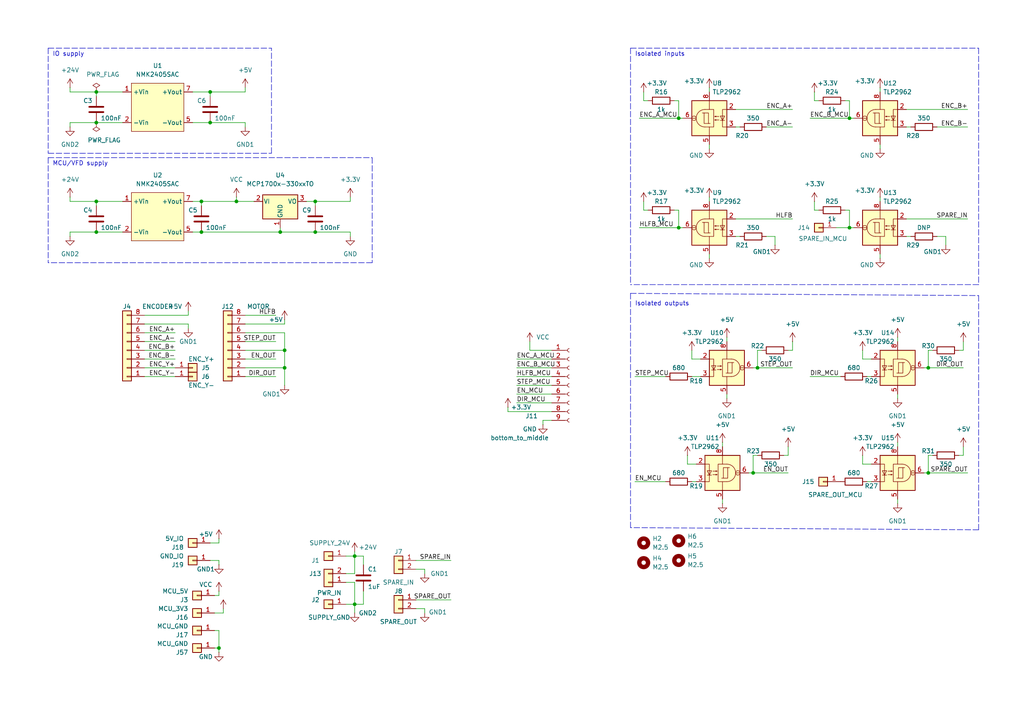
<source format=kicad_sch>
(kicad_sch (version 20231120) (generator "eeschema") (generator_version "8.0")
  (paper "A4")
  (junction (at 246.38 66.04))
  (junction (at 60.96 35.56))
  (junction (at 81.28 67.31))
  (junction (at 58.42 58.42))
  (junction (at 58.42 67.31))
  (junction (at 269.24 137.16))
  (junction (at 218.44 137.16))
  (junction (at 27.94 58.42))
  (junction (at 60.96 26.67))
  (junction (at 27.94 67.31))
  (junction (at 63.5 187.96))
  (junction (at 91.44 58.42))
  (junction (at 196.85 34.29))
  (junction (at 27.94 26.67))
  (junction (at 91.44 67.31))
  (junction (at 196.85 66.04))
  (junction (at 102.87 175.26))
  (junction (at 27.94 35.56))
  (junction (at 82.55 106.68))
  (junction (at 269.24 106.68))
  (junction (at 246.38 34.29))
  (junction (at 219.71 106.68))
  (junction (at 82.55 101.6))
  (junction (at 102.87 161.29))
  (junction (at 68.58 58.42))
  (wire (pts (xy 186.69 26.67) (xy 186.69 29.21)))
  (wire (pts (xy 35.56 58.42) (xy 27.94 58.42)))
  (wire (pts (xy 220.98 101.6) (xy 219.71 101.6)))
  (wire (pts (xy 262.89 31.75) (xy 280.67 31.75)))
  (wire (pts (xy 205.74 41.91) (xy 205.74 43.18)))
  (wire (pts (xy 123.19 165.1) (xy 123.19 166.37)))
  (wire (pts (xy 147.32 119.38) (xy 160.02 119.38)))
  (wire (pts (xy 185.42 34.29) (xy 196.85 34.29)))
  (wire (pts (xy 222.25 36.83) (xy 229.87 36.83)))
  (wire (pts (xy 270.51 101.6) (xy 269.24 101.6)))
  (wire (pts (xy 279.4 99.06) (xy 279.4 101.6)))
  (wire (pts (xy 153.67 101.6) (xy 153.67 99.06)))
  (wire (pts (xy 269.24 132.08) (xy 269.24 137.16)))
  (wire (pts (xy 149.86 111.76) (xy 160.02 111.76)))
  (wire (pts (xy 147.32 119.38) (xy 147.32 118.11)))
  (polyline (pts (xy 283.845 82.55) (xy 182.88 82.55)) (stroke (width 0) (type dash)))
  (wire (pts (xy 91.44 58.42) (xy 101.6 58.42)))
  (wire (pts (xy 200.66 101.6) (xy 200.66 104.14)))
  (wire (pts (xy 35.56 26.67) (xy 27.94 26.67)))
  (wire (pts (xy 234.95 109.22) (xy 243.84 109.22)))
  (wire (pts (xy 41.91 99.06) (xy 50.8 99.06)))
  (polyline (pts (xy 107.95 76.2) (xy 13.97 76.2)) (stroke (width 0) (type dash)))
  (wire (pts (xy 58.42 58.42) (xy 58.42 59.69)))
  (polyline (pts (xy 13.97 45.72) (xy 107.95 45.72)) (stroke (width 0) (type dash)))
  (wire (pts (xy 255.27 73.66) (xy 255.27 74.93)))
  (wire (pts (xy 149.86 116.84) (xy 160.02 116.84)))
  (wire (pts (xy 71.12 104.14) (xy 80.01 104.14)))
  (wire (pts (xy 228.6 129.54) (xy 228.6 132.08)))
  (wire (pts (xy 20.32 26.67) (xy 27.94 26.67)))
  (wire (pts (xy 102.87 161.29) (xy 102.87 160.02)))
  (wire (pts (xy 149.86 109.22) (xy 160.02 109.22)))
  (wire (pts (xy 246.38 29.21) (xy 246.38 34.29)))
  (wire (pts (xy 269.24 101.6) (xy 269.24 106.68)))
  (wire (pts (xy 157.48 123.19) (xy 157.48 121.92)))
  (wire (pts (xy 222.25 68.58) (xy 224.79 68.58)))
  (wire (pts (xy 210.82 114.3) (xy 210.82 115.57)))
  (wire (pts (xy 60.96 26.67) (xy 71.12 26.67)))
  (wire (pts (xy 62.23 177.8) (xy 64.77 177.8)))
  (wire (pts (xy 245.11 60.96) (xy 246.38 60.96)))
  (wire (pts (xy 20.32 57.15) (xy 20.32 58.42)))
  (wire (pts (xy 205.74 73.66) (xy 205.74 74.93)))
  (wire (pts (xy 260.35 128.27) (xy 260.35 129.54)))
  (wire (pts (xy 20.32 25.4) (xy 20.32 26.67)))
  (wire (pts (xy 262.89 68.58) (xy 264.16 68.58)))
  (wire (pts (xy 196.85 60.96) (xy 196.85 66.04)))
  (wire (pts (xy 81.28 67.31) (xy 91.44 67.31)))
  (wire (pts (xy 236.22 58.42) (xy 236.22 60.96)))
  (wire (pts (xy 213.36 31.75) (xy 229.87 31.75)))
  (wire (pts (xy 35.56 67.31) (xy 27.94 67.31)))
  (wire (pts (xy 41.91 109.22) (xy 50.8 109.22)))
  (wire (pts (xy 229.87 99.06) (xy 229.87 101.6)))
  (wire (pts (xy 20.32 67.31) (xy 27.94 67.31)))
  (wire (pts (xy 68.58 58.42) (xy 73.66 58.42)))
  (wire (pts (xy 101.6 57.15) (xy 101.6 58.42)))
  (wire (pts (xy 246.38 60.96) (xy 246.38 66.04)))
  (polyline (pts (xy 182.88 13.97) (xy 182.88 82.55)) (stroke (width 0) (type dash)))
  (polyline (pts (xy 182.88 85.09) (xy 182.88 153.035)) (stroke (width 0) (type dash)))
  (wire (pts (xy 218.44 132.08) (xy 218.44 137.16)))
  (wire (pts (xy 252.73 139.7) (xy 251.46 139.7)))
  (wire (pts (xy 105.41 161.29) (xy 102.87 161.29)))
  (wire (pts (xy 260.35 97.79) (xy 260.35 99.06)))
  (wire (pts (xy 102.87 168.91) (xy 102.87 175.26)))
  (polyline (pts (xy 283.845 13.97) (xy 283.845 82.55)) (stroke (width 0) (type dash)))
  (wire (pts (xy 250.19 101.6) (xy 250.19 104.14)))
  (wire (pts (xy 218.44 106.68) (xy 219.71 106.68)))
  (wire (pts (xy 41.91 93.98) (xy 54.61 93.98)))
  (wire (pts (xy 54.61 93.98) (xy 54.61 95.25)))
  (wire (pts (xy 255.27 57.15) (xy 255.27 58.42)))
  (wire (pts (xy 236.22 26.67) (xy 236.22 29.21)))
  (wire (pts (xy 271.78 36.83) (xy 280.67 36.83)))
  (wire (pts (xy 105.41 163.83) (xy 105.41 161.29)))
  (wire (pts (xy 60.96 157.48) (xy 63.5 157.48)))
  (wire (pts (xy 236.22 29.21) (xy 237.49 29.21)))
  (wire (pts (xy 199.39 132.08) (xy 199.39 134.62)))
  (wire (pts (xy 27.94 58.42) (xy 27.94 59.69)))
  (wire (pts (xy 100.33 161.29) (xy 102.87 161.29)))
  (wire (pts (xy 41.91 96.52) (xy 50.8 96.52)))
  (wire (pts (xy 252.73 134.62) (xy 250.19 134.62)))
  (wire (pts (xy 229.87 106.68) (xy 219.71 106.68)))
  (wire (pts (xy 274.32 68.58) (xy 274.32 71.12)))
  (wire (pts (xy 102.87 166.37) (xy 102.87 161.29)))
  (wire (pts (xy 260.35 144.78) (xy 260.35 146.05)))
  (wire (pts (xy 250.19 132.08) (xy 250.19 134.62)))
  (wire (pts (xy 71.12 35.56) (xy 71.12 36.83)))
  (wire (pts (xy 160.02 101.6) (xy 153.67 101.6)))
  (wire (pts (xy 35.56 35.56) (xy 27.94 35.56)))
  (wire (pts (xy 213.36 36.83) (xy 214.63 36.83)))
  (polyline (pts (xy 78.74 44.45) (xy 78.74 13.97)) (stroke (width 0) (type dash)))
  (wire (pts (xy 186.69 60.96) (xy 187.96 60.96)))
  (wire (pts (xy 255.27 25.4) (xy 255.27 26.67)))
  (wire (pts (xy 246.38 34.29) (xy 247.65 34.29)))
  (wire (pts (xy 120.65 176.53) (xy 123.19 176.53)))
  (wire (pts (xy 63.5 187.96) (xy 63.5 189.23)))
  (wire (pts (xy 229.87 101.6) (xy 228.6 101.6)))
  (wire (pts (xy 195.58 60.96) (xy 196.85 60.96)))
  (wire (pts (xy 71.12 25.4) (xy 71.12 26.67)))
  (wire (pts (xy 196.85 34.29) (xy 198.12 34.29)))
  (wire (pts (xy 271.78 68.58) (xy 274.32 68.58)))
  (wire (pts (xy 120.65 165.1) (xy 123.19 165.1)))
  (wire (pts (xy 228.6 137.16) (xy 218.44 137.16)))
  (wire (pts (xy 55.88 58.42) (xy 58.42 58.42)))
  (wire (pts (xy 20.32 35.56) (xy 20.32 36.83)))
  (wire (pts (xy 63.5 182.88) (xy 63.5 187.96)))
  (wire (pts (xy 210.82 97.79) (xy 210.82 99.06)))
  (wire (pts (xy 203.2 109.22) (xy 200.66 109.22)))
  (polyline (pts (xy 13.97 45.72) (xy 13.97 76.2)) (stroke (width 0) (type dash)))
  (wire (pts (xy 195.58 29.21) (xy 196.85 29.21)))
  (wire (pts (xy 205.74 57.15) (xy 205.74 58.42)))
  (wire (pts (xy 101.6 67.31) (xy 101.6 68.58)))
  (wire (pts (xy 234.95 34.29) (xy 246.38 34.29)))
  (wire (pts (xy 196.85 29.21) (xy 196.85 34.29)))
  (wire (pts (xy 224.79 68.58) (xy 224.79 71.12)))
  (wire (pts (xy 213.36 68.58) (xy 214.63 68.58)))
  (wire (pts (xy 71.12 101.6) (xy 82.55 101.6)))
  (wire (pts (xy 41.91 106.68) (xy 50.8 106.68)))
  (wire (pts (xy 41.91 104.14) (xy 50.8 104.14)))
  (wire (pts (xy 120.65 173.99) (xy 130.81 173.99)))
  (wire (pts (xy 91.44 67.31) (xy 101.6 67.31)))
  (wire (pts (xy 20.32 58.42) (xy 27.94 58.42)))
  (wire (pts (xy 82.55 96.52) (xy 82.55 101.6)))
  (polyline (pts (xy 13.97 13.97) (xy 78.74 13.97)) (stroke (width 0) (type dash)))
  (wire (pts (xy 149.86 114.3) (xy 160.02 114.3)))
  (wire (pts (xy 71.12 96.52) (xy 82.55 96.52)))
  (wire (pts (xy 279.4 101.6) (xy 278.13 101.6)))
  (wire (pts (xy 186.69 29.21) (xy 187.96 29.21)))
  (wire (pts (xy 279.4 129.54) (xy 279.4 132.08)))
  (wire (pts (xy 82.55 106.68) (xy 82.55 111.76)))
  (wire (pts (xy 62.23 187.96) (xy 63.5 187.96)))
  (polyline (pts (xy 283.845 85.725) (xy 283.845 153.67)) (stroke (width 0) (type dash)))
  (wire (pts (xy 71.12 93.98) (xy 82.55 93.98)))
  (polyline (pts (xy 13.97 44.45) (xy 78.74 44.45)) (stroke (width 0) (type dash)))
  (wire (pts (xy 105.41 171.45) (xy 105.41 175.26)))
  (wire (pts (xy 55.88 67.31) (xy 58.42 67.31)))
  (wire (pts (xy 245.11 29.21) (xy 246.38 29.21)))
  (wire (pts (xy 58.42 58.42) (xy 68.58 58.42)))
  (wire (pts (xy 88.9 58.42) (xy 91.44 58.42)))
  (wire (pts (xy 252.73 109.22) (xy 251.46 109.22)))
  (wire (pts (xy 41.91 101.6) (xy 50.8 101.6)))
  (wire (pts (xy 219.71 101.6) (xy 219.71 106.68)))
  (wire (pts (xy 62.23 182.88) (xy 63.5 182.88)))
  (wire (pts (xy 100.33 175.26) (xy 102.87 175.26)))
  (wire (pts (xy 55.88 35.56) (xy 60.96 35.56)))
  (wire (pts (xy 184.15 109.22) (xy 193.04 109.22)))
  (wire (pts (xy 71.12 106.68) (xy 82.55 106.68)))
  (wire (pts (xy 280.67 137.16) (xy 269.24 137.16)))
  (wire (pts (xy 279.4 132.08) (xy 278.13 132.08)))
  (wire (pts (xy 27.94 26.67) (xy 27.94 27.94)))
  (wire (pts (xy 102.87 175.26) (xy 102.87 177.8)))
  (wire (pts (xy 68.58 57.15) (xy 68.58 58.42)))
  (polyline (pts (xy 182.88 85.09) (xy 283.845 85.725)) (stroke (width 0) (type dash)))
  (wire (pts (xy 100.33 168.91) (xy 102.87 168.91)))
  (wire (pts (xy 60.96 35.56) (xy 71.12 35.56)))
  (wire (pts (xy 186.69 58.42) (xy 186.69 60.96)))
  (wire (pts (xy 149.86 104.14) (xy 160.02 104.14)))
  (wire (pts (xy 123.19 176.53) (xy 123.19 177.8)))
  (wire (pts (xy 54.61 90.17) (xy 54.61 91.44)))
  (wire (pts (xy 63.5 172.72) (xy 62.23 172.72)))
  (polyline (pts (xy 13.97 13.97) (xy 13.97 44.45)) (stroke (width 0) (type dash)))
  (wire (pts (xy 55.88 26.67) (xy 60.96 26.67)))
  (wire (pts (xy 185.42 66.04) (xy 196.85 66.04)))
  (polyline (pts (xy 283.845 153.67) (xy 182.88 153.035)) (stroke (width 0) (type dash)))
  (wire (pts (xy 201.93 139.7) (xy 200.66 139.7)))
  (wire (pts (xy 209.55 128.27) (xy 209.55 129.54)))
  (wire (pts (xy 269.24 106.68) (xy 267.97 106.68)))
  (wire (pts (xy 81.28 66.04) (xy 81.28 67.31)))
  (wire (pts (xy 205.74 25.4) (xy 205.74 26.67)))
  (wire (pts (xy 218.44 137.16) (xy 217.17 137.16)))
  (wire (pts (xy 236.22 60.96) (xy 237.49 60.96)))
  (wire (pts (xy 71.12 91.44) (xy 80.01 91.44)))
  (wire (pts (xy 91.44 58.42) (xy 91.44 59.69)))
  (wire (pts (xy 20.32 67.31) (xy 20.32 68.58)))
  (wire (pts (xy 20.32 35.56) (xy 27.94 35.56)))
  (wire (pts (xy 41.91 91.44) (xy 54.61 91.44)))
  (wire (pts (xy 157.48 121.92) (xy 160.02 121.92)))
  (wire (pts (xy 63.5 162.56) (xy 63.5 163.83)))
  (wire (pts (xy 252.73 104.14) (xy 250.19 104.14)))
  (wire (pts (xy 228.6 132.08) (xy 227.33 132.08)))
  (wire (pts (xy 71.12 109.22) (xy 80.01 109.22)))
  (wire (pts (xy 105.41 175.26) (xy 102.87 175.26)))
  (wire (pts (xy 64.77 176.53) (xy 64.77 177.8)))
  (wire (pts (xy 58.42 67.31) (xy 81.28 67.31)))
  (wire (pts (xy 60.96 26.67) (xy 60.96 27.94)))
  (wire (pts (xy 255.27 41.91) (xy 255.27 43.18)))
  (wire (pts (xy 260.35 114.3) (xy 260.35 115.57)))
  (wire (pts (xy 209.55 144.78) (xy 209.55 146.05)))
  (polyline (pts (xy 182.88 13.97) (xy 283.845 13.97)) (stroke (width 0) (type dash)))
  (wire (pts (xy 63.5 172.72) (xy 63.5 171.45)))
  (wire (pts (xy 63.5 157.48) (xy 63.5 156.21)))
  (wire (pts (xy 120.65 162.56) (xy 130.81 162.56)))
  (wire (pts (xy 213.36 63.5) (xy 229.87 63.5)))
  (wire (pts (xy 71.12 99.06) (xy 80.01 99.06)))
  (wire (pts (xy 82.55 101.6) (xy 82.55 106.68)))
  (wire (pts (xy 100.33 166.37) (xy 102.87 166.37)))
  (wire (pts (xy 184.15 139.7) (xy 193.04 139.7)))
  (wire (pts (xy 219.71 132.08) (xy 218.44 132.08)))
  (wire (pts (xy 269.24 137.16) (xy 267.97 137.16)))
  (wire (pts (xy 60.96 162.56) (xy 63.5 162.56)))
  (wire (pts (xy 82.55 93.98) (xy 82.55 92.71)))
  (polyline (pts (xy 107.95 45.72) (xy 107.95 76.2)) (stroke (width 0) (type dash)))
  (wire (pts (xy 262.89 36.83) (xy 264.16 36.83)))
  (wire (pts (xy 262.89 63.5) (xy 280.67 63.5)))
  (wire (pts (xy 196.85 66.04) (xy 198.12 66.04)))
  (wire (pts (xy 246.38 66.04) (xy 247.65 66.04)))
  (wire (pts (xy 270.51 132.08) (xy 269.24 132.08)))
  (wire (pts (xy 201.93 134.62) (xy 199.39 134.62)))
  (wire (pts (xy 279.4 106.68) (xy 269.24 106.68)))
  (wire (pts (xy 242.57 66.04) (xy 246.38 66.04)))
  (wire (pts (xy 149.86 106.68) (xy 160.02 106.68)))
  (wire (pts (xy 203.2 104.14) (xy 200.66 104.14)))
  (text "Isolated outputs" (at 184.15 88.9 0) (effects (font (size 1.27 1.27)) (justify left bottom)))
  (text "Isolated inputs" (at 184.15 16.51 0) (effects (font (size 1.27 1.27)) (justify left bottom)))
  (text "IO supply" (at 15.24 16.51 0) (effects (font (size 1.27 1.27)) (justify left bottom)))
  (text "MCU/VFD supply" (at 15.24 48.26 0) (effects (font (size 1.27 1.27)) (justify left bottom)))
  (label "SPARE_IN" (at 280.67 63.5 180))
  (label "DIR_OUT" (at 80.01 109.22 180))
  (label "HLFB" (at 80.01 91.44 180))
  (label "STEP_MCU" (at 149.86 111.76 0))
  (label "ENC_A+" (at 229.87 31.75 180))
  (label "ENC_B-" (at 280.67 36.83 180))
  (label "EN_MCU" (at 149.86 114.3 0))
  (label "DIR_MCU" (at 234.95 109.22 0))
  (label "ENC_A_MCU" (at 185.42 34.29 0))
  (label "EN_OUT" (at 80.01 104.14 180))
  (label "HLFB_MCU" (at 149.86 109.22 0))
  (label "HLFB_MCU" (at 185.42 66.04 0))
  (label "ENC_B-" (at 50.8 104.14 180))
  (label "DIR_MCU" (at 149.86 116.84 0))
  (label "ENC_B+" (at 280.67 31.75 180))
  (label "ENC_B+" (at 50.8 101.6 180))
  (label "EN_MCU" (at 184.15 139.7 0))
  (label "STEP_OUT" (at 229.87 106.68 180))
  (label "STEP_OUT" (at 80.01 99.06 180))
  (label "DIR_OUT" (at 279.4 106.68 180))
  (label "ENC_A+" (at 50.8 96.52 180))
  (label "ENC_A_MCU" (at 149.86 104.14 0))
  (label "SPARE_IN" (at 130.81 162.56 180))
  (label "STEP_MCU" (at 184.15 109.22 0))
  (label "ENC_Y+" (at 50.8 106.68 180))
  (label "EN_OUT" (at 228.6 137.16 180))
  (label "SPARE_OUT" (at 280.67 137.16 180))
  (label "HLFB" (at 229.87 63.5 180))
  (label "ENC_Y-" (at 50.8 109.22 180))
  (label "ENC_A-" (at 229.87 36.83 180))
  (label "SPARE_OUT" (at 130.81 173.99 180))
  (label "ENC_B_MCU" (at 234.95 34.29 0))
  (label "ENC_B_MCU" (at 149.86 106.68 0))
  (label "ENC_A-" (at 50.8 99.06 180))
  (symbol (lib_id "power:+3.3V") (at 236.22 26.67 0) (unit 1)
    (property "Reference" "#PWR071" (effects (hide yes)))
    (property "Value" "+3.3V" (at 240.03 24.13 0))
    (property "Description" "Power symbol creates a global label with name \"+3.3V\"" (effects (hide yes)))
  )
  (symbol (lib_id "Device:R") (at 196.85 139.7 270) (unit 1)
    (property "Reference" "R19" (at 201.93 140.97 90))
    (property "Value" "680" (at 196.85 137.16 90))
    (property "Footprint" "Resistor_SMD:R_0805_2012Metric" (effects (hide yes)))
    (property "Description" "Resistor" (effects (hide yes)))
    (property "LCSC" "C93658" (effects (hide yes)))
  )
  (symbol (lib_id "Device:R") (at 191.77 29.21 270) (mirror x) (unit 1)
    (property "Reference" "R16" (at 191.77 26.67 90))
    (property "Value" "1k" (at 191.77 31.75 90))
    (property "Footprint" "Resistor_SMD:R_0805_2012Metric" (effects (hide yes)))
    (property "Description" "Resistor" (effects (hide yes)))
    (property "LCSC" "C17513" (effects (hide yes)))
  )
  (symbol (lib_id "power:+3.3V") (at 147.32 118.11 0) (unit 1)
    (property "Reference" "#PWR042" (effects (hide yes)))
    (property "Value" "+3.3V" (at 151.13 118.11 0))
    (property "Description" "Power symbol creates a global label with name \"+3.3V\"" (effects (hide yes)))
  )
  (symbol (lib_id "Device:R") (at 191.77 60.96 270) (mirror x) (unit 1)
    (property "Reference" "R17" (at 191.77 58.42 90))
    (property "Value" "1k" (at 191.77 63.5 90))
    (property "Footprint" "Resistor_SMD:R_0805_2012Metric" (effects (hide yes)))
    (property "Description" "Resistor" (effects (hide yes)))
    (property "LCSC" "C17513" (effects (hide yes)))
  )
  (symbol (lib_id "djm:TLP2962") (at 205.74 66.04 0) (mirror y) (unit 1)
    (property "Reference" "U9" (at 206.6289 55.88 0) (effects (justify right)))
    (property "Value" "TLP2962" (at 206.6289 58.42 0) (effects (justify right)))
    (property "Footprint" "Package_DIP:DIP-8_W7.62mm" (effects (hide yes)))
    (property "Datasheet" "https://www.mouser.com/datasheet/2/408/TLP2962_datasheet_en_20161214-771244.pdf" (effects (hide yes)))
    (property "Description" "Opto Coupler, 1kV/us, 20kV/uS CMR, Schmitt trigger output, DIP-8" (effects (hide yes)))
  )
  (symbol (lib_id "power:PWR_FLAG") (at 27.94 26.67 0) (unit 1)
    (property "Reference" "#FLG01" (effects (hide yes)))
    (property "Value" "PWR_FLAG" (at 29.845 21.59 0))
    (property "Description" "Special symbol for telling ERC where power comes from" (effects (hide yes)))
  )
  (symbol (lib_id "djm:TLP2962") (at 260.35 137.16 0) (unit 1)
    (property "Reference" "U15" (at 259.4611 127 0) (effects (justify right)))
    (property "Value" "TLP2962" (at 259.4611 129.54 0) (effects (justify right)))
    (property "Footprint" "Package_DIP:DIP-8_W7.62mm" (effects (hide yes)))
    (property "Datasheet" "https://www.mouser.com/datasheet/2/408/TLP2962_datasheet_en_20161214-771244.pdf" (effects (hide yes)))
    (property "Description" "Opto Coupler, 1kV/us, 20kV/uS CMR, Schmitt trigger output, DIP-8" (effects (hide yes)))
  )
  (symbol (lib_id "Device:R") (at 247.65 139.7 270) (unit 1)
    (property "Reference" "R27" (at 252.73 140.97 90))
    (property "Value" "680" (at 247.65 137.16 90))
    (property "Footprint" "Resistor_SMD:R_0805_2012Metric" (effects (hide yes)))
    (property "Description" "Resistor" (effects (hide yes)))
    (property "LCSC" "C93658" (effects (hide yes)))
  )
  (symbol (lib_id "power:+3.3V") (at 200.66 101.6 0) (unit 1)
    (property "Reference" "#PWR058" (effects (hide yes)))
    (property "Value" "+3.3V" (at 200.66 96.52 0))
    (property "Description" "Power symbol creates a global label with name \"+3.3V\"" (effects (hide yes)))
  )
  (symbol (lib_id "Device:R") (at 224.79 101.6 90) (unit 1)
    (property "Reference" "R22" (at 219.71 100.33 90))
    (property "Value" "350" (at 224.79 104.14 90))
    (property "Footprint" "Resistor_SMD:R_0805_2012Metric" (effects (hide yes)))
    (property "Description" "Resistor" (effects (hide yes)))
    (property "LCSC" "C245312" (effects (hide yes)))
  )
  (symbol (lib_id "power:+24V") (at 20.32 25.4 0) (unit 1)
    (property "Reference" "#PWR01" (effects (hide yes)))
    (property "Value" "+24V" (at 20.32 20.32 0))
    (property "Description" "Power symbol creates a global label with name \"+24V\"" (effects (hide yes)))
  )
  (symbol (lib_id "djm:TLP2962") (at 209.55 137.16 0) (unit 1)
    (property "Reference" "U11" (at 208.6611 127 0) (effects (justify right)))
    (property "Value" "TLP2962" (at 208.6611 129.54 0) (effects (justify right)))
    (property "Footprint" "Package_DIP:DIP-8_W7.62mm" (effects (hide yes)))
    (property "Datasheet" "https://www.mouser.com/datasheet/2/408/TLP2962_datasheet_en_20161214-771244.pdf" (effects (hide yes)))
    (property "Description" "Opto Coupler, 1kV/us, 20kV/uS CMR, Schmitt trigger output, DIP-8" (effects (hide yes)))
  )
  (symbol (lib_id "djm:TLP2962") (at 255.27 34.29 0) (mirror y) (unit 1)
    (property "Reference" "U12" (at 256.1589 24.13 0) (effects (justify right)))
    (property "Value" "TLP2962" (at 256.1589 26.67 0) (effects (justify right)))
    (property "Footprint" "Package_DIP:DIP-8_W7.62mm" (effects (hide yes)))
    (property "Datasheet" "https://www.mouser.com/datasheet/2/408/TLP2962_datasheet_en_20161214-771244.pdf" (effects (hide yes)))
    (property "Description" "Opto Coupler, 1kV/us, 20kV/uS CMR, Schmitt trigger output, DIP-8" (effects (hide yes)))
  )
  (symbol (lib_id "Connector_Generic:Conn_01x01") (at 55.88 109.22 0) (unit 1)
    (property "Reference" "J6" (at 58.42 109.22 0) (effects (justify left)))
    (property "Value" "ENC_Y-" (at 54.61 111.76 0) (effects (justify left)))
    (property "Footprint" "TestPoint:TestPoint_THTPad_D1.5mm_Drill0.7mm" (effects (hide yes)))
    (property "Description" "Generic connector, single row, 01x01, script generated (kicad-library-utils/schlib/autogen/connector/)" (effects (hide yes)))
  )
  (symbol (lib_id "djm:TLP2962") (at 260.35 106.68 0) (unit 1)
    (property "Reference" "U14" (at 259.4611 96.52 0) (effects (justify right)))
    (property "Value" "TLP2962" (at 259.4611 99.06 0) (effects (justify right)))
    (property "Footprint" "Package_DIP:DIP-8_W7.62mm" (effects (hide yes)))
    (property "Datasheet" "https://www.mouser.com/datasheet/2/408/TLP2962_datasheet_en_20161214-771244.pdf" (effects (hide yes)))
    (property "Description" "Opto Coupler, 1kV/us, 20kV/uS CMR, Schmitt trigger output, DIP-8" (effects (hide yes)))
  )
  (symbol (lib_id "Connector_Generic:Conn_01x01") (at 57.15 187.96 0) (mirror y) (unit 1)
    (property "Reference" "J57" (at 54.61 189.23 0) (effects (justify left)))
    (property "Value" "MCU_GND" (at 54.61 186.69 0) (effects (justify left)))
    (property "Footprint" "TestPoint:TestPoint_THTPad_D1.5mm_Drill0.7mm" (effects (hide yes)))
    (property "Description" "Generic connector, single row, 01x01, script generated (kicad-library-utils/schlib/autogen/connector/)" (effects (hide yes)))
  )
  (symbol (lib_id "power:+5V") (at 279.4 129.54 0) (unit 1)
    (property "Reference" "#PWR085" (effects (hide yes)))
    (property "Value" "+5V" (at 279.4 124.46 0))
    (property "Description" "Power symbol creates a global label with name \"+5V\"" (effects (hide yes)))
  )
  (symbol (lib_id "power:+5V") (at 260.35 128.27 0) (unit 1)
    (property "Reference" "#PWR081" (effects (hide yes)))
    (property "Value" "+5V" (at 260.35 123.19 0))
    (property "Description" "Power symbol creates a global label with name \"+5V\"" (effects (hide yes)))
  )
  (symbol (lib_id "power:GND1") (at 82.55 111.76 0) (unit 1)
    (property "Reference" "#PWR054" (effects (hide yes)))
    (property "Value" "GND1" (at 78.74 114.3 0))
    (property "Description" "Power symbol creates a global label with name \"GND1\" , ground" (effects (hide yes)))
  )
  (symbol (lib_id "Device:C") (at 91.44 63.5 0) (unit 1)
    (property "Reference" "C9" (at 87.63 60.96 0) (effects (justify left)))
    (property "Value" "100nF" (at 92.71 66.04 0) (effects (justify left)))
    (property "Footprint" "Capacitor_SMD:C_0805_2012Metric" (effects (hide yes)))
    (property "Description" "Unpolarized capacitor" (effects (hide yes)))
    (property "LCSC" "C28233" (effects (hide yes)))
  )
  (symbol (lib_id "Connector_Generic:Conn_01x01") (at 55.88 162.56 0) (mirror y) (unit 1)
    (property "Reference" "J19" (at 53.34 163.83 0) (effects (justify left)))
    (property "Value" "GND_IO" (at 53.34 161.29 0) (effects (justify left)))
    (property "Footprint" "TestPoint:TestPoint_THTPad_D1.5mm_Drill0.7mm" (effects (hide yes)))
    (property "Description" "Generic connector, single row, 01x01, script generated (kicad-library-utils/schlib/autogen/connector/)" (effects (hide yes)))
  )
  (symbol (lib_id "power:VCC") (at 68.58 57.15 0) (unit 1)
    (property "Reference" "#PWR013" (effects (hide yes)))
    (property "Value" "VCC" (at 68.58 52.07 0))
    (property "Description" "Power symbol creates a global label with name \"VCC\"" (effects (hide yes)))
  )
  (symbol (lib_id "power:GND") (at 205.74 43.18 0) (unit 1)
    (property "Reference" "#PWR061" (effects (hide yes)))
    (property "Value" "GND" (at 201.93 45.085 0))
    (property "Description" "Power symbol creates a global label with name \"GND\" , ground" (effects (hide yes)))
  )
  (symbol (lib_id "power:GND1") (at 123.19 166.37 0) (unit 1)
    (property "Reference" "#PWR043" (effects (hide yes)))
    (property "Value" "GND1" (at 127.508 166.37 0))
    (property "Description" "Power symbol creates a global label with name \"GND1\" , ground" (effects (hide yes)))
  )
  (symbol (lib_id "power:+5V") (at 210.82 97.79 0) (unit 1)
    (property "Reference" "#PWR064" (effects (hide yes)))
    (property "Value" "+5V" (at 210.82 92.71 0))
    (property "Description" "Power symbol creates a global label with name \"+5V\"" (effects (hide yes)))
  )
  (symbol (lib_id "power:+5V") (at 260.35 97.79 0) (unit 1)
    (property "Reference" "#PWR079" (effects (hide yes)))
    (property "Value" "+5V" (at 260.35 92.71 0))
    (property "Description" "Power symbol creates a global label with name \"+5V\"" (effects (hide yes)))
  )
  (symbol (lib_id "power:+3.3V") (at 205.74 57.15 0) (unit 1)
    (property "Reference" "#PWR062" (effects (hide yes)))
    (property "Value" "+3.3V" (at 201.295 55.245 0))
    (property "Description" "Power symbol creates a global label with name \"+3.3V\"" (effects (hide yes)))
  )
  (symbol (lib_id "djm:NMK") (at 45.72 38.1 0) (unit 1)
    (property "Reference" "U1" (at 45.72 19.05 0))
    (property "Value" "NMK2405SAC" (at 45.72 21.59 0))
    (property "Footprint" "Murata_NMK:NMK_single_output" (effects (hide yes)))
    (property "Datasheet" "https://www.murata.com/products/productdata/8807031275550/kdc-nmk.pdf" (effects (hide yes)))
    (property "Description" "Murata isolated DC/DC converter" (effects (hide yes)))
  )
  (symbol (lib_id "Device:R") (at 218.44 68.58 90) (mirror x) (unit 1)
    (property "Reference" "R21" (at 215.265 71.12 90))
    (property "Value" "350" (at 218.44 66.04 90))
    (property "Footprint" "Resistor_SMD:R_0805_2012Metric" (effects (hide yes)))
    (property "Description" "Resistor" (effects (hide yes)))
    (property "LCSC" "C245312" (effects (hide yes)))
  )
  (symbol (lib_id "Device:R") (at 223.52 132.08 90) (unit 1)
    (property "Reference" "R23" (at 218.44 130.81 90))
    (property "Value" "350" (at 223.52 134.62 90))
    (property "Footprint" "Resistor_SMD:R_0805_2012Metric" (effects (hide yes)))
    (property "Description" "Resistor" (effects (hide yes)))
    (property "LCSC" "C245312" (effects (hide yes)))
  )
  (symbol (lib_id "power:+5V") (at 82.55 92.71 0) (unit 1)
    (property "Reference" "#PWR053" (effects (hide yes)))
    (property "Value" "+5V" (at 80.01 92.71 0))
    (property "Description" "Power symbol creates a global label with name \"+5V\"" (effects (hide yes)))
  )
  (symbol (lib_id "Connector_Generic:Conn_01x01") (at 55.88 157.48 0) (mirror y) (unit 1)
    (property "Reference" "J18" (at 53.34 158.75 0) (effects (justify left)))
    (property "Value" "5V_IO" (at 53.34 156.21 0) (effects (justify left)))
    (property "Footprint" "TestPoint:TestPoint_THTPad_D1.5mm_Drill0.7mm" (effects (hide yes)))
    (property "Description" "Generic connector, single row, 01x01, script generated (kicad-library-utils/schlib/autogen/connector/)" (effects (hide yes)))
  )
  (symbol (lib_id "power:+3.3V") (at 236.22 58.42 0) (unit 1)
    (property "Reference" "#PWR072" (effects (hide yes)))
    (property "Value" "+3.3V" (at 236.22 53.34 0))
    (property "Description" "Power symbol creates a global label with name \"+3.3V\"" (effects (hide yes)))
  )
  (symbol (lib_id "power:+3.3V") (at 250.19 132.08 0) (unit 1)
    (property "Reference" "#PWR074" (effects (hide yes)))
    (property "Value" "+3.3V" (at 250.19 127 0))
    (property "Description" "Power symbol creates a global label with name \"+3.3V\"" (effects (hide yes)))
  )
  (symbol (lib_id "power:GND") (at 63.5 189.23 0) (unit 1)
    (property "Reference" "#PWR033" (effects (hide yes)))
    (property "Value" "GND" (at 59.69 190.5 0))
    (property "Description" "Power symbol creates a global label with name \"GND\" , ground" (effects (hide yes)))
  )
  (symbol (lib_id "Device:C") (at 60.96 31.75 0) (unit 1)
    (property "Reference" "C6" (at 57.15 29.21 0) (effects (justify left)))
    (property "Value" "100nF" (at 62.23 34.29 0) (effects (justify left)))
    (property "Footprint" "Capacitor_SMD:C_0805_2012Metric" (effects (hide yes)))
    (property "Description" "Unpolarized capacitor" (effects (hide yes)))
    (property "LCSC" "C28233" (effects (hide yes)))
  )
  (symbol (lib_id "Device:R") (at 196.85 109.22 270) (unit 1)
    (property "Reference" "R18" (at 201.93 110.49 90))
    (property "Value" "680" (at 196.85 106.68 90))
    (property "Footprint" "Resistor_SMD:R_0805_2012Metric" (effects (hide yes)))
    (property "Description" "Resistor" (effects (hide yes)))
    (property "LCSC" "C93658" (effects (hide yes)))
  )
  (symbol (lib_id "Device:R") (at 274.32 101.6 90) (unit 1)
    (property "Reference" "R30" (at 269.24 100.33 90))
    (property "Value" "350" (at 274.32 104.14 90))
    (property "Footprint" "Resistor_SMD:R_0805_2012Metric" (effects (hide yes)))
    (property "Description" "Resistor" (effects (hide yes)))
    (property "LCSC" "C245312" (effects (hide yes)))
  )
  (symbol (lib_id "power:GND1") (at 54.61 95.25 0) (unit 1)
    (property "Reference" "#PWR041" (effects (hide yes)))
    (property "Value" "GND1" (at 54.61 99.06 0))
    (property "Description" "Power symbol creates a global label with name \"GND1\" , ground" (effects (hide yes)))
  )
  (symbol (lib_id "Mechanical:MountingHole") (at 186.69 157.48 0) (unit 1)
    (property "Reference" "H2" (at 189.23 156.2099 0) (effects (justify left)))
    (property "Value" "M2.5" (at 189.23 158.7499 0) (effects (justify left)))
    (property "Footprint" "MountingHole:MountingHole_2.7mm_M2.5" (effects (hide yes)))
    (property "Description" "Mounting Hole without connection" (effects (hide yes)))
  )
  (symbol (lib_id "power:VCC") (at 63.5 171.45 0) (unit 1)
    (property "Reference" "#PWR032" (effects (hide yes)))
    (property "Value" "VCC" (at 59.69 169.545 0))
    (property "Description" "Power symbol creates a global label with name \"VCC\"" (effects (hide yes)))
  )
  (symbol (lib_id "power:GND2") (at 20.32 36.83 0) (unit 1)
    (property "Reference" "#PWR0103" (effects (hide yes)))
    (property "Value" "GND2" (at 20.32 41.91 0))
    (property "Description" "Power symbol creates a global label with name \"GND2\" , ground" (effects (hide yes)))
  )
  (symbol (lib_id "power:GND1") (at 210.82 115.57 0) (unit 1)
    (property "Reference" "#PWR065" (effects (hide yes)))
    (property "Value" "GND1" (at 210.82 120.65 0))
    (property "Description" "Power symbol creates a global label with name \"GND1\" , ground" (effects (hide yes)))
  )
  (symbol (lib_id "power:GND1") (at 260.35 115.57 0) (unit 1)
    (property "Reference" "#PWR080" (effects (hide yes)))
    (property "Value" "GND1" (at 260.35 120.65 0))
    (property "Description" "Power symbol creates a global label with name \"GND1\" , ground" (effects (hide yes)))
  )
  (symbol (lib_id "power:GND1") (at 260.35 146.05 0) (unit 1)
    (property "Reference" "#PWR082" (effects (hide yes)))
    (property "Value" "GND1" (at 260.35 151.13 0))
    (property "Description" "Power symbol creates a global label with name \"GND1\" , ground" (effects (hide yes)))
  )
  (symbol (lib_id "power:GND") (at 101.6 68.58 0) (unit 1)
    (property "Reference" "#PWR030" (effects (hide yes)))
    (property "Value" "GND" (at 101.6 73.66 0))
    (property "Description" "Power symbol creates a global label with name \"GND\" , ground" (effects (hide yes)))
  )
  (symbol (lib_id "Device:C") (at 58.42 63.5 0) (unit 1)
    (property "Reference" "C5" (at 54.61 60.96 0) (effects (justify left)))
    (property "Value" "100nF" (at 59.69 66.04 0) (effects (justify left)))
    (property "Footprint" "Capacitor_SMD:C_0805_2012Metric" (effects (hide yes)))
    (property "Description" "Unpolarized capacitor" (effects (hide yes)))
    (property "LCSC" "C28233" (effects (hide yes)))
  )
  (symbol (lib_id "power:+5V") (at 229.87 99.06 0) (unit 1)
    (property "Reference" "#PWR069" (effects (hide yes)))
    (property "Value" "+5V" (at 229.87 93.98 0))
    (property "Description" "Power symbol creates a global label with name \"+5V\"" (effects (hide yes)))
  )
  (symbol (lib_id "power:+3.3V") (at 255.27 25.4 0) (unit 1)
    (property "Reference" "#PWR075" (effects (hide yes)))
    (property "Value" "+3.3V" (at 250.825 23.495 0))
    (property "Description" "Power symbol creates a global label with name \"+3.3V\"" (effects (hide yes)))
  )
  (symbol (lib_id "Mechanical:MountingHole") (at 196.85 156.845 0) (unit 1)
    (property "Reference" "H6" (at 199.39 155.5749 0) (effects (justify left)))
    (property "Value" "M2.5" (at 199.39 158.1149 0) (effects (justify left)))
    (property "Footprint" "MountingHole:MountingHole_2.7mm_M2.5" (effects (hide yes)))
    (property "Description" "Mounting Hole without connection" (effects (hide yes)))
  )
  (symbol (lib_id "Device:R") (at 267.97 36.83 90) (mirror x) (unit 1)
    (property "Reference" "R28" (at 264.795 39.37 90))
    (property "Value" "350" (at 267.97 34.29 90))
    (property "Footprint" "Resistor_SMD:R_0805_2012Metric" (effects (hide yes)))
    (property "Description" "Resistor" (effects (hide yes)))
    (property "LCSC" "C245312" (effects (hide yes)))
  )
  (symbol (lib_id "power:+5V") (at 54.61 90.17 0) (unit 1)
    (property "Reference" "#PWR040" (effects (hide yes)))
    (property "Value" "+5V" (at 50.8 88.9 0))
    (property "Description" "Power symbol creates a global label with name \"+5V\"" (effects (hide yes)))
  )
  (symbol (lib_id "djm:TLP2962") (at 210.82 106.68 0) (unit 1)
    (property "Reference" "U10" (at 209.9311 96.52 0) (effects (justify right)))
    (property "Value" "TLP2962" (at 209.9311 99.06 0) (effects (justify right)))
    (property "Footprint" "Package_DIP:DIP-8_W7.62mm" (effects (hide yes)))
    (property "Datasheet" "https://www.mouser.com/datasheet/2/408/TLP2962_datasheet_en_20161214-771244.pdf" (effects (hide yes)))
    (property "Description" "Opto Coupler, 1kV/us, 20kV/uS CMR, Schmitt trigger output, DIP-8" (effects (hide yes)))
  )
  (symbol (lib_id "Connector_Generic:Conn_01x01") (at 55.88 106.68 0) (mirror x) (unit 1)
    (property "Reference" "J5" (at 58.42 106.68 0) (effects (justify left)))
    (property "Value" "ENC_Y+" (at 54.61 104.14 0) (effects (justify left)))
    (property "Footprint" "TestPoint:TestPoint_THTPad_D1.5mm_Drill0.7mm" (effects (hide yes)))
    (property "Description" "Generic connector, single row, 01x01, script generated (kicad-library-utils/schlib/autogen/connector/)" (effects (hide yes)))
  )
  (symbol (lib_id "power:+5V") (at 71.12 25.4 0) (unit 1)
    (property "Reference" "#PWR014" (effects (hide yes)))
    (property "Value" "+5V" (at 71.12 20.32 0))
    (property "Description" "Power symbol creates a global label with name \"+5V\"" (effects (hide yes)))
  )
  (symbol (lib_id "power:+5V") (at 63.5 156.21 0) (unit 1)
    (property "Reference" "#PWR0104" (effects (hide yes)))
    (property "Value" "+5V" (at 59.69 154.94 0))
    (property "Description" "Power symbol creates a global label with name \"+5V\"" (effects (hide yes)))
  )
  (symbol (lib_id "power:+3.3V") (at 186.69 58.42 0) (unit 1)
    (property "Reference" "#PWR057" (effects (hide yes)))
    (property "Value" "+3.3V" (at 190.5 55.88 0))
    (property "Description" "Power symbol creates a global label with name \"+3.3V\"" (effects (hide yes)))
  )
  (symbol (lib_id "Device:R") (at 241.3 60.96 270) (mirror x) (unit 1)
    (property "Reference" "R25" (at 241.3 58.42 90))
    (property "Value" "1k" (at 241.3 63.5 90))
    (property "Footprint" "Resistor_SMD:R_0805_2012Metric" (effects (hide yes)))
    (property "Description" "Resistor" (effects (hide yes)))
    (property "LCSC" "C17513" (effects (hide yes)))
  )
  (symbol (lib_id "power:+5V") (at 228.6 129.54 0) (unit 1)
    (property "Reference" "#PWR070" (effects (hide yes)))
    (property "Value" "+5V" (at 228.6 124.46 0))
    (property "Description" "Power symbol creates a global label with name \"+5V\"" (effects (hide yes)))
  )
  (symbol (lib_id "power:+24V") (at 20.32 57.15 0) (unit 1)
    (property "Reference" "#PWR03" (effects (hide yes)))
    (property "Value" "+24V" (at 20.32 52.07 0))
    (property "Description" "Power symbol creates a global label with name \"+24V\"" (effects (hide yes)))
  )
  (symbol (lib_id "power:+24V") (at 102.87 160.02 0) (unit 1)
    (property "Reference" "#PWR051" (effects (hide yes)))
    (property "Value" "+24V" (at 106.68 158.75 0))
    (property "Description" "Power symbol creates a global label with name \"+24V\"" (effects (hide yes)))
  )
  (symbol (lib_id "power:GND1") (at 274.32 71.12 0) (unit 1)
    (property "Reference" "#PWR083" (effects (hide yes)))
    (property "Value" "GND1" (at 270.51 73.025 0))
    (property "Description" "Power symbol creates a global label with name \"GND1\" , ground" (effects (hide yes)))
  )
  (symbol (lib_id "Regulator_Linear:MCP1700x-330xxTO") (at 81.28 58.42 0) (mirror x) (unit 1)
    (property "Reference" "U4" (at 81.28 50.8 0))
    (property "Value" "MCP1700x-330xxTO" (at 81.28 53.34 0))
    (property "Footprint" "Package_TO_SOT_THT:TO-92_Inline" (effects (hide yes)))
    (property "Datasheet" "http://ww1.microchip.com/downloads/en/DeviceDoc/20001826D.pdf" (effects (hide yes)))
    (property "Description" "250mA Low Quiscent Current LDO, 3.3V output, TO-92" (effects (hide yes)))
  )
  (symbol (lib_id "power:GND1") (at 209.55 146.05 0) (unit 1)
    (property "Reference" "#PWR067" (effects (hide yes)))
    (property "Value" "GND1" (at 209.55 151.13 0))
    (property "Description" "Power symbol creates a global label with name \"GND1\" , ground" (effects (hide yes)))
  )
  (symbol (lib_id "Mechanical:MountingHole") (at 186.69 163.195 0) (unit 1)
    (property "Reference" "H4" (at 189.23 161.9249 0) (effects (justify left)))
    (property "Value" "M2.5" (at 189.23 164.4649 0) (effects (justify left)))
    (property "Footprint" "MountingHole:MountingHole_2.7mm_M2.5" (effects (hide yes)))
    (property "Description" "Mounting Hole without connection" (effects (hide yes)))
  )
  (symbol (lib_id "Connector_Generic:Conn_01x01") (at 95.25 175.26 180) (unit 1)
    (property "Reference" "J2" (at 92.71 173.99 0) (effects (justify left)))
    (property "Value" "SUPPLY_GND" (at 101.6 179.07 0) (effects (justify left)))
    (property "Footprint" "TestPoint:TestPoint_THTPad_D1.5mm_Drill0.7mm" (effects (hide yes)))
    (property "Description" "Generic connector, single row, 01x01, script generated (kicad-library-utils/schlib/autogen/connector/)" (effects (hide yes)))
  )
  (symbol (lib_id "power:+5V") (at 279.4 99.06 0) (unit 1)
    (property "Reference" "#PWR084" (effects (hide yes)))
    (property "Value" "+5V" (at 279.4 93.98 0))
    (property "Description" "Power symbol creates a global label with name \"+5V\"" (effects (hide yes)))
  )
  (symbol (lib_id "Device:C") (at 27.94 63.5 0) (unit 1)
    (property "Reference" "C4" (at 24.13 60.96 0) (effects (justify left)))
    (property "Value" "100nF" (at 29.21 66.04 0) (effects (justify left)))
    (property "Footprint" "Capacitor_SMD:C_0805_2012Metric" (effects (hide yes)))
    (property "Description" "Unpolarized capacitor" (effects (hide yes)))
    (property "LCSC" "C28233" (effects (hide yes)))
  )
  (symbol (lib_id "power:VCC") (at 153.67 99.06 0) (unit 1)
    (property "Reference" "#PWR047" (effects (hide yes)))
    (property "Value" "VCC" (at 157.48 97.79 0))
    (property "Description" "Power symbol creates a global label with name \"VCC\"" (effects (hide yes)))
  )
  (symbol (lib_id "power:+3.3V") (at 205.74 25.4 0) (unit 1)
    (property "Reference" "#PWR060" (effects (hide yes)))
    (property "Value" "+3.3V" (at 201.295 23.495 0))
    (property "Description" "Power symbol creates a global label with name \"+3.3V\"" (effects (hide yes)))
  )
  (symbol (lib_id "power:+3.3V") (at 101.6 57.15 0) (unit 1)
    (property "Reference" "#PWR029" (effects (hide yes)))
    (property "Value" "+3.3V" (at 101.6 52.07 0))
    (property "Description" "Power symbol creates a global label with name \"+3.3V\"" (effects (hide yes)))
  )
  (symbol (lib_id "power:+3.3V") (at 250.19 101.6 0) (unit 1)
    (property "Reference" "#PWR073" (effects (hide yes)))
    (property "Value" "+3.3V" (at 250.19 96.52 0))
    (property "Description" "Power symbol creates a global label with name \"+3.3V\"" (effects (hide yes)))
  )
  (symbol (lib_id "Device:C") (at 105.41 167.64 0) (unit 1)
    (property "Reference" "C1" (at 106.68 165.1 0) (effects (justify left)))
    (property "Value" "1uF" (at 106.68 170.18 0) (effects (justify left)))
    (property "Footprint" "Capacitor_SMD:C_0805_2012Metric" (effects (hide yes)))
    (property "Description" "Unpolarized capacitor" (effects (hide yes)))
    (property "LCSC" "C28323" (effects (hide yes)))
  )
  (symbol (lib_id "Connector_Generic:Conn_01x01") (at 237.49 66.04 180) (unit 1)
    (property "Reference" "J14" (at 234.95 66.04 0) (effects (justify left)))
    (property "Value" "SPARE_IN_MCU" (at 245.745 69.215 0) (effects (justify left)))
    (property "Footprint" "TestPoint:TestPoint_THTPad_D1.5mm_Drill0.7mm" (effects (hide yes)))
    (property "Description" "Generic connector, single row, 01x01, script generated (kicad-library-utils/schlib/autogen/connector/)" (effects (hide yes)))
  )
  (symbol (lib_id "djm:TLP2962") (at 255.27 66.04 0) (mirror y) (unit 1)
    (property "Reference" "U13" (at 256.1589 55.88 0) (effects (justify right)))
    (property "Value" "TLP2962" (at 256.1589 58.42 0) (effects (justify right)))
    (property "Footprint" "Package_DIP:DIP-8_W7.62mm" (effects (hide yes)))
    (property "Datasheet" "https://www.mouser.com/datasheet/2/408/TLP2962_datasheet_en_20161214-771244.pdf" (effects (hide yes)))
    (property "Description" "Opto Coupler, 1kV/us, 20kV/uS CMR, Schmitt trigger output, DIP-8" (effects (hide yes)))
  )
  (symbol (lib_id "power:GND1") (at 63.5 163.83 0) (unit 1)
    (property "Reference" "#PWR0105" (effects (hide yes)))
    (property "Value" "GND1" (at 59.69 165.1 0))
    (property "Description" "Power symbol creates a global label with name \"GND1\" , ground" (effects (hide yes)))
  )
  (symbol (lib_id "power:+5V") (at 209.55 128.27 0) (unit 1)
    (property "Reference" "#PWR066" (effects (hide yes)))
    (property "Value" "+5V" (at 209.55 123.19 0))
    (property "Description" "Power symbol creates a global label with name \"+5V\"" (effects (hide yes)))
  )
  (symbol (lib_id "power:GND1") (at 224.79 71.12 0) (unit 1)
    (property "Reference" "#PWR068" (effects (hide yes)))
    (property "Value" "GND1" (at 220.98 73.025 0))
    (property "Description" "Power symbol creates a global label with name \"GND1\" , ground" (effects (hide yes)))
  )
  (symbol (lib_id "Device:R") (at 218.44 36.83 90) (mirror x) (unit 1)
    (property "Reference" "R20" (at 215.265 39.37 90))
    (property "Value" "350" (at 218.44 34.29 90))
    (property "Footprint" "Resistor_SMD:R_0805_2012Metric" (effects (hide yes)))
    (property "Description" "Resistor" (effects (hide yes)))
    (property "LCSC" "C245312" (effects (hide yes)))
  )
  (symbol (lib_id "Mechanical:MountingHole") (at 196.85 162.56 0) (unit 1)
    (property "Reference" "H5" (at 199.39 161.2899 0) (effects (justify left)))
    (property "Value" "M2.5" (at 199.39 163.8299 0) (effects (justify left)))
    (property "Footprint" "MountingHole:MountingHole_2.7mm_M2.5" (effects (hide yes)))
    (property "Description" "Mounting Hole without connection" (effects (hide yes)))
  )
  (symbol (lib_id "Device:R") (at 267.97 68.58 90) (mirror x) (unit 1)
    (property "Reference" "R29" (at 264.795 71.12 90))
    (property "Value" "DNP" (at 267.97 66.04 90))
    (property "Footprint" "Resistor_SMD:R_0805_2012Metric" (effects (hide yes)))
    (property "Description" "Resistor" (effects (hide yes)))
  )
  (symbol (lib_id "Device:C") (at 27.94 31.75 0) (unit 1)
    (property "Reference" "C3" (at 24.13 29.21 0) (effects (justify left)))
    (property "Value" "100nF" (at 29.21 34.29 0) (effects (justify left)))
    (property "Footprint" "Capacitor_SMD:C_0805_2012Metric" (effects (hide yes)))
    (property "Description" "Unpolarized capacitor" (effects (hide yes)))
    (property "LCSC" "C28233" (effects (hide yes)))
  )
  (symbol (lib_id "Connector_Generic:Conn_01x01") (at 57.15 182.88 0) (mirror y) (unit 1)
    (property "Reference" "J17" (at 54.61 184.15 0) (effects (justify left)))
    (property "Value" "MCU_GND" (at 54.61 181.61 0) (effects (justify left)))
    (property "Footprint" "TestPoint:TestPoint_THTPad_D1.5mm_Drill0.7mm" (effects (hide yes)))
    (property "Description" "Generic connector, single row, 01x01, script generated (kicad-library-utils/schlib/autogen/connector/)" (effects (hide yes)))
  )
  (symbol (lib_id "power:GND2") (at 102.87 177.8 0) (unit 1)
    (property "Reference" "#PWR0102" (effects (hide yes)))
    (property "Value" "GND2" (at 106.68 177.8 0))
    (property "Description" "Power symbol creates a global label with name \"GND2\" , ground" (effects (hide yes)))
  )
  (symbol (lib_id "power:+3.3V") (at 199.39 132.08 0) (unit 1)
    (property "Reference" "#PWR059" (effects (hide yes)))
    (property "Value" "+3.3V" (at 199.39 127 0))
    (property "Description" "Power symbol creates a global label with name \"+3.3V\"" (effects (hide yes)))
  )
  (symbol (lib_id "Device:R") (at 247.65 109.22 270) (unit 1)
    (property "Reference" "R26" (at 252.73 110.49 90))
    (property "Value" "680" (at 247.65 106.68 90))
    (property "Footprint" "Resistor_SMD:R_0805_2012Metric" (effects (hide yes)))
    (property "Description" "Resistor" (effects (hide yes)))
    (property "LCSC" "C93658" (effects (hide yes)))
  )
  (symbol (lib_id "Device:R") (at 241.3 29.21 270) (mirror x) (unit 1)
    (property "Reference" "R24" (at 241.3 26.67 90))
    (property "Value" "1k" (at 241.3 31.75 90))
    (property "Footprint" "Resistor_SMD:R_0805_2012Metric" (effects (hide yes)))
    (property "Description" "Resistor" (effects (hide yes)))
    (property "LCSC" "C17513" (effects (hide yes)))
  )
  (symbol (lib_id "power:GND2") (at 20.32 68.58 0) (unit 1)
    (property "Reference" "#PWR0106" (effects (hide yes)))
    (property "Value" "GND2" (at 20.32 73.66 0))
    (property "Description" "Power symbol creates a global label with name \"GND2\" , ground" (effects (hide yes)))
  )
  (symbol (lib_id "power:PWR_FLAG") (at 27.94 35.56 180) (unit 1)
    (property "Reference" "#FLG02" (effects (hide yes)))
    (property "Value" "PWR_FLAG" (at 25.4 40.64 0) (effects (justify right)))
    (property "Description" "Special symbol for telling ERC where power comes from" (effects (hide yes)))
  )
  (symbol (lib_id "Connector_Generic:Conn_01x08") (at 36.83 101.6 180) (unit 1)
    (property "Reference" "J4" (at 36.83 88.9 0))
    (property "Value" "ENCODER" (at 45.72 88.9 0))
    (property "Footprint" "TerminalBlock_Phoenix:TerminalBlock_Phoenix_MKDS-1,5-8_1x08_P5.00mm_Horizontal" (effects (hide yes)))
    (property "Description" "Generic connector, single row, 01x08, script generated (kicad-library-utils/schlib/autogen/connector/)" (effects (hide yes)))
  )
  (symbol (lib_id "power:GND1") (at 123.19 177.8 0) (unit 1)
    (property "Reference" "#PWR044" (effects (hide yes)))
    (property "Value" "GND1" (at 127 177.546 0))
    (property "Description" "Power symbol creates a global label with name \"GND1\" , ground" (effects (hide yes)))
  )
  (symbol (lib_id "power:GND") (at 157.48 123.19 0) (unit 1)
    (property "Reference" "#PWR048" (effects (hide yes)))
    (property "Value" "GND" (at 153.67 124.46 0))
    (property "Description" "Power symbol creates a global label with name \"GND\" , ground" (effects (hide yes)))
  )
  (symbol (lib_id "power:+3.3V") (at 255.27 57.15 0) (unit 1)
    (property "Reference" "#PWR077" (effects (hide yes)))
    (property "Value" "+3.3V" (at 250.825 55.245 0))
    (property "Description" "Power symbol creates a global label with name \"+3.3V\"" (effects (hide yes)))
  )
  (symbol (lib_id "Connector_Generic:Conn_01x01") (at 57.15 177.8 0) (mirror y) (unit 1)
    (property "Reference" "J16" (at 54.61 179.07 0) (effects (justify left)))
    (property "Value" "MCU_3V3" (at 54.61 176.53 0) (effects (justify left)))
    (property "Footprint" "TestPoint:TestPoint_THTPad_D1.5mm_Drill0.7mm" (effects (hide yes)))
    (property "Description" "Generic connector, single row, 01x01, script generated (kicad-library-utils/schlib/autogen/connector/)" (effects (hide yes)))
  )
  (symbol (lib_id "Connector_Generic:Conn_01x01") (at 57.15 172.72 0) (mirror y) (unit 1)
    (property "Reference" "J3" (at 54.61 173.99 0) (effects (justify left)))
    (property "Value" "MCU_5V" (at 54.61 171.45 0) (effects (justify left)))
    (property "Footprint" "TestPoint:TestPoint_THTPad_D1.5mm_Drill0.7mm" (effects (hide yes)))
    (property "Description" "Generic connector, single row, 01x01, script generated (kicad-library-utils/schlib/autogen/connector/)" (effects (hide yes)))
  )
  (symbol (lib_id "djm:TLP2962") (at 205.74 34.29 0) (mirror y) (unit 1)
    (property "Reference" "U8" (at 206.6289 24.13 0) (effects (justify right)))
    (property "Value" "TLP2962" (at 206.6289 26.67 0) (effects (justify right)))
    (property "Footprint" "Package_DIP:DIP-8_W7.62mm" (effects (hide yes)))
    (property "Datasheet" "https://www.mouser.com/datasheet/2/408/TLP2962_datasheet_en_20161214-771244.pdf" (effects (hide yes)))
    (property "Description" "Opto Coupler, 1kV/us, 20kV/uS CMR, Schmitt trigger output, DIP-8" (effects (hide yes)))
  )
  (symbol (lib_id "Connector:Conn_01x09_Socket") (at 165.1 111.76 0) (unit 1)
    (property "Reference" "J11" (at 152.4 120.65 0) (effects (justify left)))
    (property "Value" "bottom_to_middle" (at 142.24 127 0) (effects (justify left)))
    (property "Footprint" "Connector_PinHeader_2.54mm:PinHeader_1x09_P2.54mm_Vertical" (effects (hide yes)))
    (property "Description" "Generic connector, single row, 01x09, script generated" (effects (hide yes)))
  )
  (symbol (lib_id "Device:R") (at 274.32 132.08 90) (unit 1)
    (property "Reference" "R31" (at 269.24 130.81 90))
    (property "Value" "350" (at 274.32 134.62 90))
    (property "Footprint" "Resistor_SMD:R_0805_2012Metric" (effects (hide yes)))
    (property "Description" "Resistor" (effects (hide yes)))
    (property "LCSC" "C245312" (effects (hide yes)))
  )
  (symbol (lib_id "power:GND") (at 255.27 43.18 0) (unit 1)
    (property "Reference" "#PWR076" (effects (hide yes)))
    (property "Value" "GND" (at 251.46 45.085 0))
    (property "Description" "Power symbol creates a global label with name \"GND\" , ground" (effects (hide yes)))
  )
  (symbol (lib_id "Connector_Generic:Conn_01x08") (at 66.04 101.6 180) (unit 1)
    (property "Reference" "J12" (at 66.04 88.9 0))
    (property "Value" "MOTOR" (at 74.93 88.9 0))
    (property "Footprint" "TerminalBlock_Phoenix:TerminalBlock_Phoenix_MKDS-1,5-8_1x08_P5.00mm_Horizontal" (effects (hide yes)))
    (property "Description" "Generic connector, single row, 01x08, script generated (kicad-library-utils/schlib/autogen/connector/)" (effects (hide yes)))
  )
  (symbol (lib_id "power:+3.3V") (at 64.77 176.53 0) (unit 1)
    (property "Reference" "#PWR035" (effects (hide yes)))
    (property "Value" "+3.3V" (at -54.61 285.75 0))
    (property "Description" "Power symbol creates a global label with name \"+3.3V\"" (effects (hide yes)))
  )
  (symbol (lib_id "power:GND1") (at 71.12 36.83 0) (unit 1)
    (property "Reference" "#PWR0101" (effects (hide yes)))
    (property "Value" "GND1" (at 71.12 41.91 0))
    (property "Description" "Power symbol creates a global label with name \"GND1\" , ground" (effects (hide yes)))
  )
  (symbol (lib_id "djm:NMK") (at 45.72 69.85 0) (unit 1)
    (property "Reference" "U2" (at 45.72 50.8 0))
    (property "Value" "NMK2405SAC" (at 45.72 53.34 0))
    (property "Footprint" "Murata_NMK:NMK_single_output" (effects (hide yes)))
    (property "Datasheet" "https://www.murata.com/products/productdata/8807031275550/kdc-nmk.pdf" (effects (hide yes)))
    (property "Description" "Murata isolated DC/DC converter" (effects (hide yes)))
  )
  (symbol (lib_id "power:GND") (at 205.74 74.93 0) (unit 1)
    (property "Reference" "#PWR063" (effects (hide yes)))
    (property "Value" "GND" (at 201.93 76.835 0))
    (property "Description" "Power symbol creates a global label with name \"GND\" , ground" (effects (hide yes)))
  )
  (symbol (lib_id "Connector_Generic:Conn_01x01") (at 95.25 161.29 0) (mirror y) (unit 1)
    (property "Reference" "J1" (at 92.71 162.56 0) (effects (justify left)))
    (property "Value" "SUPPLY_24V" (at 101.6 157.48 0) (effects (justify left)))
    (property "Footprint" "TestPoint:TestPoint_THTPad_D1.5mm_Drill0.7mm" (effects (hide yes)))
    (property "Description" "Generic connector, single row, 01x01, script generated (kicad-library-utils/schlib/autogen/connector/)" (effects (hide yes)))
  )
  (symbol (lib_id "power:+3.3V") (at 186.69 26.67 0) (unit 1)
    (property "Reference" "#PWR056" (effects (hide yes)))
    (property "Value" "+3.3V" (at 190.5 24.13 0))
    (property "Description" "Power symbol creates a global label with name \"+3.3V\"" (effects (hide yes)))
  )
  (symbol (lib_id "Connector_Generic:Conn_01x02") (at 95.25 168.91 180) (unit 1)
    (property "Reference" "J13" (at 91.44 166.37 0))
    (property "Value" "PWR_IN" (at 95.504 171.958 0))
    (property "Footprint" "TerminalBlock_Phoenix:TerminalBlock_Phoenix_MKDS-1,5-2_1x02_P5.00mm_Horizontal" (effects (hide yes)))
    (property "Description" "Generic connector, single row, 01x02, script generated (kicad-library-utils/schlib/autogen/connector/)" (effects (hide yes)))
  )
  (symbol (lib_id "Connector_Generic:Conn_01x01") (at 238.76 139.7 180) (unit 1)
    (property "Reference" "J15" (at 236.22 139.7 0) (effects (justify left)))
    (property "Value" "SPARE_OUT_MCU" (at 250.19 143.51 0) (effects (justify left)))
    (property "Footprint" "TestPoint:TestPoint_THTPad_D1.5mm_Drill0.7mm" (effects (hide yes)))
    (property "Description" "Generic connector, single row, 01x01, script generated (kicad-library-utils/schlib/autogen/connector/)" (effects (hide yes)))
  )
  (symbol (lib_id "power:GND") (at 255.27 74.93 0) (unit 1)
    (property "Reference" "#PWR078" (effects (hide yes)))
    (property "Value" "GND" (at 251.46 76.835 0))
    (property "Description" "Power symbol creates a global label with name \"GND\" , ground" (effects (hide yes)))
  )
  (symbol (lib_id "Connector_Generic:Conn_01x02") (at 115.57 173.99 0) (mirror y) (unit 1)
    (property "Reference" "J8" (at 115.57 171.45 0))
    (property "Value" "SPARE_OUT" (at 115.57 180.34 0))
    (property "Footprint" "TerminalBlock_Phoenix:TerminalBlock_Phoenix_MKDS-1,5-2_1x02_P5.00mm_Horizontal" (effects (hide yes)))
    (property "Description" "Generic connector, single row, 01x02, script generated (kicad-library-utils/schlib/autogen/connector/)" (effects (hide yes)))
  )
  (symbol (lib_id "Connector_Generic:Conn_01x02") (at 115.57 162.56 0) (mirror y) (unit 1)
    (property "Reference" "J7" (at 115.57 160.02 0))
    (property "Value" "SPARE_IN" (at 115.57 168.91 0))
    (property "Footprint" "TerminalBlock_Phoenix:TerminalBlock_Phoenix_MKDS-1,5-2_1x02_P5.00mm_Horizontal" (effects (hide yes)))
    (property "Description" "Generic connector, single row, 01x02, script generated (kicad-library-utils/schlib/autogen/connector/)" (effects (hide yes)))
  )
)
</source>
